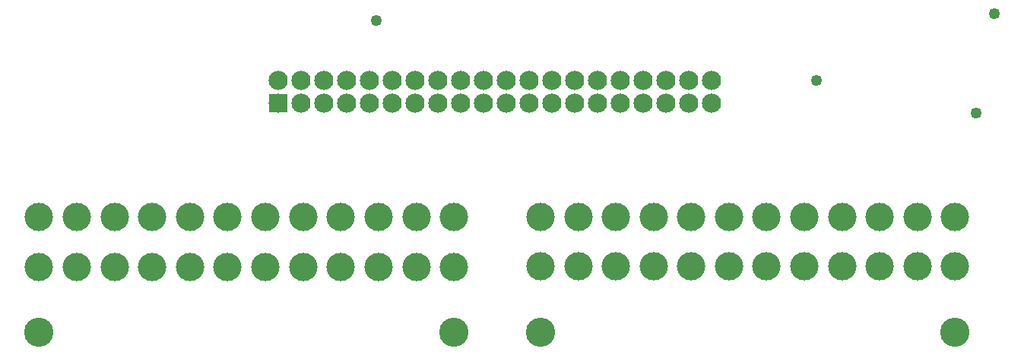
<source format=gbs>
G04 MADE WITH FRITZING*
G04 WWW.FRITZING.ORG*
G04 DOUBLE SIDED*
G04 HOLES PLATED*
G04 CONTOUR ON CENTER OF CONTOUR VECTOR*
%ASAXBY*%
%FSLAX23Y23*%
%MOIN*%
%OFA0B0*%
%SFA1.0B1.0*%
%ADD10C,0.049370*%
%ADD11C,0.124173*%
%ADD12C,0.128110*%
%ADD13C,0.084000*%
%ADD14R,0.084000X0.084000*%
%LNMASK0*%
G90*
G70*
G54D10*
X4447Y1187D03*
G54D11*
X2158Y513D03*
X1993Y513D03*
X1827Y513D03*
X1662Y513D03*
X1497Y513D03*
X1331Y513D03*
X1166Y513D03*
X1000Y513D03*
X835Y513D03*
X670Y513D03*
X504Y513D03*
X339Y513D03*
X2158Y730D03*
X1993Y730D03*
X1827Y730D03*
X1662Y730D03*
X1497Y730D03*
X1331Y730D03*
X1166Y730D03*
X1000Y730D03*
X835Y730D03*
X670Y730D03*
X504Y730D03*
X339Y730D03*
G54D12*
X339Y226D03*
X2158Y226D03*
G54D11*
X4356Y514D03*
X4191Y514D03*
X4025Y514D03*
X3860Y514D03*
X3695Y514D03*
X3529Y514D03*
X3364Y514D03*
X3199Y514D03*
X3033Y514D03*
X2868Y514D03*
X2703Y514D03*
X2537Y514D03*
X4356Y730D03*
X4191Y730D03*
X4025Y730D03*
X3860Y730D03*
X3695Y730D03*
X3529Y730D03*
X3364Y730D03*
X3199Y730D03*
X3033Y730D03*
X2868Y730D03*
X2703Y730D03*
X2537Y730D03*
G54D12*
X2537Y226D03*
X4356Y226D03*
G54D13*
X1387Y1332D03*
X1487Y1332D03*
X1587Y1332D03*
X1687Y1332D03*
X1787Y1332D03*
X1887Y1332D03*
X1987Y1332D03*
X2087Y1332D03*
X2187Y1332D03*
X2287Y1332D03*
X2387Y1332D03*
X2487Y1332D03*
X2587Y1332D03*
X2687Y1332D03*
X2787Y1332D03*
X2887Y1332D03*
X2987Y1332D03*
X3087Y1332D03*
X3187Y1332D03*
X3287Y1332D03*
X1387Y1232D03*
X1487Y1232D03*
X1587Y1232D03*
X1687Y1232D03*
X1787Y1232D03*
X1887Y1232D03*
X1987Y1232D03*
X2087Y1232D03*
X2187Y1232D03*
X2287Y1232D03*
X2387Y1232D03*
X2487Y1232D03*
X2587Y1232D03*
X2687Y1232D03*
X2787Y1232D03*
X2887Y1232D03*
X2987Y1232D03*
X3087Y1232D03*
X3187Y1232D03*
X3287Y1232D03*
G54D10*
X3747Y1330D03*
X1817Y1596D03*
X4528Y1625D03*
G54D14*
X1387Y1232D03*
G04 End of Mask0*
M02*
</source>
